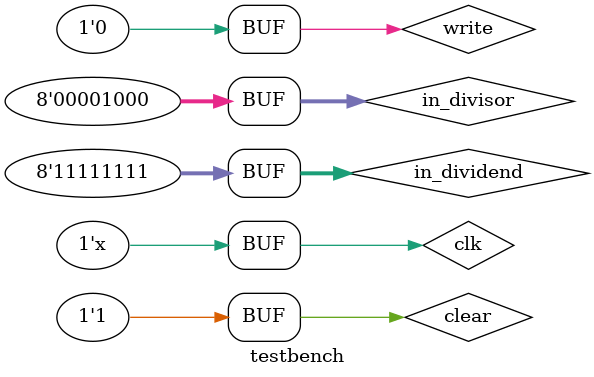
<source format=v>
`timescale 1ns / 1ps

module testbench(

);

    reg clk = 0;
    reg write;
    reg clear;
    reg [7:0] in_dividend;
    reg [7:0] in_divisor;
    wire [7:0] total_quotient;
    wire [7:0] remainder;

    top UUT(clk,write,clear,in_dividend, in_divisor, total_quotient, remainder );

    always #5 clk = ~clk;

    initial
    begin
        #0 clear = 1;
        #0 write = 0;
        #20 clear = 0;
        #20 clear = 1;
        #10 in_dividend = 255;
        #0 in_divisor = 8;
        #10 write = 1;
        #10 write = 0;
    end
endmodule

</source>
